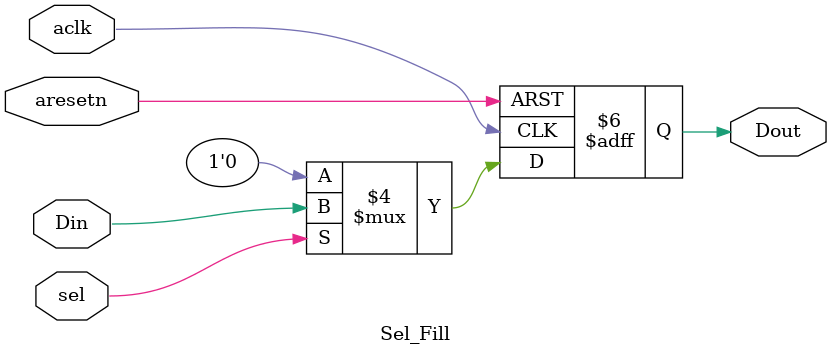
<source format=v>
module Sel_Fill(
input aclk,
input aresetn,
input sel,
input Din,
output reg Dout
    );

always @(posedge aclk or negedge aresetn) begin
    if(!aresetn)
        Dout <= 1'b0;
    else begin
        if(sel) // Ñ¡ÔñÓÐÐ§Êý¾Ý£»
            Dout <= Din;
        else
            Dout <= 1'b0;
    end
end

endmodule
</source>
